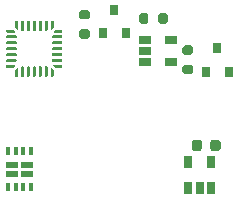
<source format=gtp>
%TF.GenerationSoftware,KiCad,Pcbnew,(5.1.8)-1*%
%TF.CreationDate,2020-11-23T23:28:54+01:00*%
%TF.ProjectId,KLinPump_PCB,4b4c696e-5075-46d7-905f-5043422e6b69,rev?*%
%TF.SameCoordinates,PX6a9eec0PY52f83c0*%
%TF.FileFunction,Paste,Top*%
%TF.FilePolarity,Positive*%
%FSLAX46Y46*%
G04 Gerber Fmt 4.6, Leading zero omitted, Abs format (unit mm)*
G04 Created by KiCad (PCBNEW (5.1.8)-1) date 2020-11-23 23:28:54*
%MOMM*%
%LPD*%
G01*
G04 APERTURE LIST*
%ADD10R,0.800000X0.900000*%
%ADD11R,0.350000X0.650000*%
%ADD12R,1.000000X0.600000*%
%ADD13R,1.060000X0.650000*%
%ADD14R,0.650000X1.060000*%
%ADD15C,0.100000*%
G04 APERTURE END LIST*
%TO.C,D3*%
G36*
G01*
X19512500Y-16256250D02*
X19512500Y-15743750D01*
G75*
G02*
X19731250Y-15525000I218750J0D01*
G01*
X20168750Y-15525000D01*
G75*
G02*
X20387500Y-15743750I0J-218750D01*
G01*
X20387500Y-16256250D01*
G75*
G02*
X20168750Y-16475000I-218750J0D01*
G01*
X19731250Y-16475000D01*
G75*
G02*
X19512500Y-16256250I0J218750D01*
G01*
G37*
G36*
G01*
X21087500Y-16256250D02*
X21087500Y-15743750D01*
G75*
G02*
X21306250Y-15525000I218750J0D01*
G01*
X21743750Y-15525000D01*
G75*
G02*
X21962500Y-15743750I0J-218750D01*
G01*
X21962500Y-16256250D01*
G75*
G02*
X21743750Y-16475000I-218750J0D01*
G01*
X21306250Y-16475000D01*
G75*
G02*
X21087500Y-16256250I0J218750D01*
G01*
G37*
%TD*%
D10*
%TO.C,Q1*%
X21700000Y-7750000D03*
X22650000Y-9750000D03*
X20750000Y-9750000D03*
%TD*%
%TO.C,Q2*%
X12025001Y-6500000D03*
X13925001Y-6500000D03*
X12975001Y-4500000D03*
%TD*%
%TO.C,R1*%
G36*
G01*
X19475000Y-9975000D02*
X18925000Y-9975000D01*
G75*
G02*
X18725000Y-9775000I0J200000D01*
G01*
X18725000Y-9375000D01*
G75*
G02*
X18925000Y-9175000I200000J0D01*
G01*
X19475000Y-9175000D01*
G75*
G02*
X19675000Y-9375000I0J-200000D01*
G01*
X19675000Y-9775000D01*
G75*
G02*
X19475000Y-9975000I-200000J0D01*
G01*
G37*
G36*
G01*
X19475000Y-8325000D02*
X18925000Y-8325000D01*
G75*
G02*
X18725000Y-8125000I0J200000D01*
G01*
X18725000Y-7725000D01*
G75*
G02*
X18925000Y-7525000I200000J0D01*
G01*
X19475000Y-7525000D01*
G75*
G02*
X19675000Y-7725000I0J-200000D01*
G01*
X19675000Y-8125000D01*
G75*
G02*
X19475000Y-8325000I-200000J0D01*
G01*
G37*
%TD*%
%TO.C,R2*%
G36*
G01*
X10725000Y-5325000D02*
X10175000Y-5325000D01*
G75*
G02*
X9975000Y-5125000I0J200000D01*
G01*
X9975000Y-4725000D01*
G75*
G02*
X10175000Y-4525000I200000J0D01*
G01*
X10725000Y-4525000D01*
G75*
G02*
X10925000Y-4725000I0J-200000D01*
G01*
X10925000Y-5125000D01*
G75*
G02*
X10725000Y-5325000I-200000J0D01*
G01*
G37*
G36*
G01*
X10725000Y-6975000D02*
X10175000Y-6975000D01*
G75*
G02*
X9975000Y-6775000I0J200000D01*
G01*
X9975000Y-6375000D01*
G75*
G02*
X10175000Y-6175000I200000J0D01*
G01*
X10725000Y-6175000D01*
G75*
G02*
X10925000Y-6375000I0J-200000D01*
G01*
X10925000Y-6775000D01*
G75*
G02*
X10725000Y-6975000I-200000J0D01*
G01*
G37*
%TD*%
%TO.C,R4*%
G36*
G01*
X15050000Y-5525000D02*
X15050000Y-4975000D01*
G75*
G02*
X15250000Y-4775000I200000J0D01*
G01*
X15650000Y-4775000D01*
G75*
G02*
X15850000Y-4975000I0J-200000D01*
G01*
X15850000Y-5525000D01*
G75*
G02*
X15650000Y-5725000I-200000J0D01*
G01*
X15250000Y-5725000D01*
G75*
G02*
X15050000Y-5525000I0J200000D01*
G01*
G37*
G36*
G01*
X16700000Y-5525000D02*
X16700000Y-4975000D01*
G75*
G02*
X16900000Y-4775000I200000J0D01*
G01*
X17300000Y-4775000D01*
G75*
G02*
X17500000Y-4975000I0J-200000D01*
G01*
X17500000Y-5525000D01*
G75*
G02*
X17300000Y-5725000I-200000J0D01*
G01*
X16900000Y-5725000D01*
G75*
G02*
X16700000Y-5525000I0J200000D01*
G01*
G37*
%TD*%
D11*
%TO.C,U1*%
X5925000Y-16450000D03*
X5275000Y-16450000D03*
X4625000Y-16450000D03*
X3975000Y-16450000D03*
X3975000Y-19550000D03*
X4625000Y-19550000D03*
X5275000Y-19550000D03*
X5925000Y-19550000D03*
D12*
X4350000Y-17612500D03*
X4350000Y-18387500D03*
X5550000Y-18387500D03*
X5550000Y-17612500D03*
%TD*%
D13*
%TO.C,U3*%
X15600000Y-7050000D03*
X15600000Y-8000000D03*
X15600000Y-8950000D03*
X17800000Y-8950000D03*
X17800000Y-7050000D03*
%TD*%
D14*
%TO.C,U4*%
X19250000Y-17400000D03*
X21150000Y-17400000D03*
X21150000Y-19600000D03*
X20200000Y-19600000D03*
X19250000Y-19600000D03*
%TD*%
D15*
%TO.C,U2*%
G36*
X7989861Y-9436635D02*
G01*
X7981419Y-9434075D01*
X7973639Y-9429916D01*
X7966820Y-9424320D01*
X7833180Y-9290680D01*
X7827584Y-9283861D01*
X7823425Y-9276081D01*
X7820865Y-9267639D01*
X7820000Y-9258860D01*
X7820000Y-9232500D01*
X7820865Y-9223721D01*
X7823425Y-9215279D01*
X7827584Y-9207499D01*
X7833180Y-9200680D01*
X7839999Y-9195084D01*
X7847779Y-9190925D01*
X7856221Y-9188365D01*
X7865000Y-9187500D01*
X8530000Y-9187500D01*
X8538779Y-9188365D01*
X8547221Y-9190925D01*
X8555001Y-9195084D01*
X8561820Y-9200680D01*
X8567416Y-9207499D01*
X8571575Y-9215279D01*
X8574135Y-9223721D01*
X8575000Y-9232500D01*
X8575000Y-9392500D01*
X8574135Y-9401279D01*
X8571575Y-9409721D01*
X8567416Y-9417501D01*
X8561820Y-9424320D01*
X8555001Y-9429916D01*
X8547221Y-9434075D01*
X8538779Y-9436635D01*
X8530000Y-9437500D01*
X7998640Y-9437500D01*
X7989861Y-9436635D01*
G37*
G36*
G01*
X8575000Y-8750000D02*
X8575000Y-8875000D01*
G75*
G02*
X8512500Y-8937500I-62500J0D01*
G01*
X7762500Y-8937500D01*
G75*
G02*
X7700000Y-8875000I0J62500D01*
G01*
X7700000Y-8750000D01*
G75*
G02*
X7762500Y-8687500I62500J0D01*
G01*
X8512500Y-8687500D01*
G75*
G02*
X8575000Y-8750000I0J-62500D01*
G01*
G37*
G36*
G01*
X8575000Y-8250000D02*
X8575000Y-8375000D01*
G75*
G02*
X8512500Y-8437500I-62500J0D01*
G01*
X7762500Y-8437500D01*
G75*
G02*
X7700000Y-8375000I0J62500D01*
G01*
X7700000Y-8250000D01*
G75*
G02*
X7762500Y-8187500I62500J0D01*
G01*
X8512500Y-8187500D01*
G75*
G02*
X8575000Y-8250000I0J-62500D01*
G01*
G37*
G36*
G01*
X8575000Y-7750000D02*
X8575000Y-7875000D01*
G75*
G02*
X8512500Y-7937500I-62500J0D01*
G01*
X7762500Y-7937500D01*
G75*
G02*
X7700000Y-7875000I0J62500D01*
G01*
X7700000Y-7750000D01*
G75*
G02*
X7762500Y-7687500I62500J0D01*
G01*
X8512500Y-7687500D01*
G75*
G02*
X8575000Y-7750000I0J-62500D01*
G01*
G37*
G36*
G01*
X8575000Y-7250000D02*
X8575000Y-7375000D01*
G75*
G02*
X8512500Y-7437500I-62500J0D01*
G01*
X7762500Y-7437500D01*
G75*
G02*
X7700000Y-7375000I0J62500D01*
G01*
X7700000Y-7250000D01*
G75*
G02*
X7762500Y-7187500I62500J0D01*
G01*
X8512500Y-7187500D01*
G75*
G02*
X8575000Y-7250000I0J-62500D01*
G01*
G37*
G36*
G01*
X8575000Y-6750000D02*
X8575000Y-6875000D01*
G75*
G02*
X8512500Y-6937500I-62500J0D01*
G01*
X7762500Y-6937500D01*
G75*
G02*
X7700000Y-6875000I0J62500D01*
G01*
X7700000Y-6750000D01*
G75*
G02*
X7762500Y-6687500I62500J0D01*
G01*
X8512500Y-6687500D01*
G75*
G02*
X8575000Y-6750000I0J-62500D01*
G01*
G37*
G36*
X7856221Y-6436635D02*
G01*
X7847779Y-6434075D01*
X7839999Y-6429916D01*
X7833180Y-6424320D01*
X7827584Y-6417501D01*
X7823425Y-6409721D01*
X7820865Y-6401279D01*
X7820000Y-6392500D01*
X7820000Y-6366140D01*
X7820865Y-6357361D01*
X7823425Y-6348919D01*
X7827584Y-6341139D01*
X7833180Y-6334320D01*
X7966820Y-6200680D01*
X7973639Y-6195084D01*
X7981419Y-6190925D01*
X7989861Y-6188365D01*
X7998640Y-6187500D01*
X8530000Y-6187500D01*
X8538779Y-6188365D01*
X8547221Y-6190925D01*
X8555001Y-6195084D01*
X8561820Y-6200680D01*
X8567416Y-6207499D01*
X8571575Y-6215279D01*
X8574135Y-6223721D01*
X8575000Y-6232500D01*
X8575000Y-6392500D01*
X8574135Y-6401279D01*
X8571575Y-6409721D01*
X8567416Y-6417501D01*
X8561820Y-6424320D01*
X8555001Y-6429916D01*
X8547221Y-6434075D01*
X8538779Y-6436635D01*
X8530000Y-6437500D01*
X7865000Y-6437500D01*
X7856221Y-6436635D01*
G37*
G36*
X7611221Y-6191635D02*
G01*
X7602779Y-6189075D01*
X7594999Y-6184916D01*
X7588180Y-6179320D01*
X7582584Y-6172501D01*
X7578425Y-6164721D01*
X7575865Y-6156279D01*
X7575000Y-6147500D01*
X7575000Y-5482500D01*
X7575865Y-5473721D01*
X7578425Y-5465279D01*
X7582584Y-5457499D01*
X7588180Y-5450680D01*
X7594999Y-5445084D01*
X7602779Y-5440925D01*
X7611221Y-5438365D01*
X7620000Y-5437500D01*
X7780000Y-5437500D01*
X7788779Y-5438365D01*
X7797221Y-5440925D01*
X7805001Y-5445084D01*
X7811820Y-5450680D01*
X7817416Y-5457499D01*
X7821575Y-5465279D01*
X7824135Y-5473721D01*
X7825000Y-5482500D01*
X7825000Y-6013860D01*
X7824135Y-6022639D01*
X7821575Y-6031081D01*
X7817416Y-6038861D01*
X7811820Y-6045680D01*
X7678180Y-6179320D01*
X7671361Y-6184916D01*
X7663581Y-6189075D01*
X7655139Y-6191635D01*
X7646360Y-6192500D01*
X7620000Y-6192500D01*
X7611221Y-6191635D01*
G37*
G36*
G01*
X7325000Y-5500000D02*
X7325000Y-6250000D01*
G75*
G02*
X7262500Y-6312500I-62500J0D01*
G01*
X7137500Y-6312500D01*
G75*
G02*
X7075000Y-6250000I0J62500D01*
G01*
X7075000Y-5500000D01*
G75*
G02*
X7137500Y-5437500I62500J0D01*
G01*
X7262500Y-5437500D01*
G75*
G02*
X7325000Y-5500000I0J-62500D01*
G01*
G37*
G36*
G01*
X6825000Y-5500000D02*
X6825000Y-6250000D01*
G75*
G02*
X6762500Y-6312500I-62500J0D01*
G01*
X6637500Y-6312500D01*
G75*
G02*
X6575000Y-6250000I0J62500D01*
G01*
X6575000Y-5500000D01*
G75*
G02*
X6637500Y-5437500I62500J0D01*
G01*
X6762500Y-5437500D01*
G75*
G02*
X6825000Y-5500000I0J-62500D01*
G01*
G37*
G36*
G01*
X6325000Y-5500000D02*
X6325000Y-6250000D01*
G75*
G02*
X6262500Y-6312500I-62500J0D01*
G01*
X6137500Y-6312500D01*
G75*
G02*
X6075000Y-6250000I0J62500D01*
G01*
X6075000Y-5500000D01*
G75*
G02*
X6137500Y-5437500I62500J0D01*
G01*
X6262500Y-5437500D01*
G75*
G02*
X6325000Y-5500000I0J-62500D01*
G01*
G37*
G36*
G01*
X5825000Y-5500000D02*
X5825000Y-6250000D01*
G75*
G02*
X5762500Y-6312500I-62500J0D01*
G01*
X5637500Y-6312500D01*
G75*
G02*
X5575000Y-6250000I0J62500D01*
G01*
X5575000Y-5500000D01*
G75*
G02*
X5637500Y-5437500I62500J0D01*
G01*
X5762500Y-5437500D01*
G75*
G02*
X5825000Y-5500000I0J-62500D01*
G01*
G37*
G36*
G01*
X5325000Y-5500000D02*
X5325000Y-6250000D01*
G75*
G02*
X5262500Y-6312500I-62500J0D01*
G01*
X5137500Y-6312500D01*
G75*
G02*
X5075000Y-6250000I0J62500D01*
G01*
X5075000Y-5500000D01*
G75*
G02*
X5137500Y-5437500I62500J0D01*
G01*
X5262500Y-5437500D01*
G75*
G02*
X5325000Y-5500000I0J-62500D01*
G01*
G37*
G36*
X4744861Y-6191635D02*
G01*
X4736419Y-6189075D01*
X4728639Y-6184916D01*
X4721820Y-6179320D01*
X4588180Y-6045680D01*
X4582584Y-6038861D01*
X4578425Y-6031081D01*
X4575865Y-6022639D01*
X4575000Y-6013860D01*
X4575000Y-5482500D01*
X4575865Y-5473721D01*
X4578425Y-5465279D01*
X4582584Y-5457499D01*
X4588180Y-5450680D01*
X4594999Y-5445084D01*
X4602779Y-5440925D01*
X4611221Y-5438365D01*
X4620000Y-5437500D01*
X4780000Y-5437500D01*
X4788779Y-5438365D01*
X4797221Y-5440925D01*
X4805001Y-5445084D01*
X4811820Y-5450680D01*
X4817416Y-5457499D01*
X4821575Y-5465279D01*
X4824135Y-5473721D01*
X4825000Y-5482500D01*
X4825000Y-6147500D01*
X4824135Y-6156279D01*
X4821575Y-6164721D01*
X4817416Y-6172501D01*
X4811820Y-6179320D01*
X4805001Y-6184916D01*
X4797221Y-6189075D01*
X4788779Y-6191635D01*
X4780000Y-6192500D01*
X4753640Y-6192500D01*
X4744861Y-6191635D01*
G37*
G36*
X3861221Y-6436635D02*
G01*
X3852779Y-6434075D01*
X3844999Y-6429916D01*
X3838180Y-6424320D01*
X3832584Y-6417501D01*
X3828425Y-6409721D01*
X3825865Y-6401279D01*
X3825000Y-6392500D01*
X3825000Y-6232500D01*
X3825865Y-6223721D01*
X3828425Y-6215279D01*
X3832584Y-6207499D01*
X3838180Y-6200680D01*
X3844999Y-6195084D01*
X3852779Y-6190925D01*
X3861221Y-6188365D01*
X3870000Y-6187500D01*
X4401360Y-6187500D01*
X4410139Y-6188365D01*
X4418581Y-6190925D01*
X4426361Y-6195084D01*
X4433180Y-6200680D01*
X4566820Y-6334320D01*
X4572416Y-6341139D01*
X4576575Y-6348919D01*
X4579135Y-6357361D01*
X4580000Y-6366140D01*
X4580000Y-6392500D01*
X4579135Y-6401279D01*
X4576575Y-6409721D01*
X4572416Y-6417501D01*
X4566820Y-6424320D01*
X4560001Y-6429916D01*
X4552221Y-6434075D01*
X4543779Y-6436635D01*
X4535000Y-6437500D01*
X3870000Y-6437500D01*
X3861221Y-6436635D01*
G37*
G36*
G01*
X4700000Y-6750000D02*
X4700000Y-6875000D01*
G75*
G02*
X4637500Y-6937500I-62500J0D01*
G01*
X3887500Y-6937500D01*
G75*
G02*
X3825000Y-6875000I0J62500D01*
G01*
X3825000Y-6750000D01*
G75*
G02*
X3887500Y-6687500I62500J0D01*
G01*
X4637500Y-6687500D01*
G75*
G02*
X4700000Y-6750000I0J-62500D01*
G01*
G37*
G36*
G01*
X4700000Y-7250000D02*
X4700000Y-7375000D01*
G75*
G02*
X4637500Y-7437500I-62500J0D01*
G01*
X3887500Y-7437500D01*
G75*
G02*
X3825000Y-7375000I0J62500D01*
G01*
X3825000Y-7250000D01*
G75*
G02*
X3887500Y-7187500I62500J0D01*
G01*
X4637500Y-7187500D01*
G75*
G02*
X4700000Y-7250000I0J-62500D01*
G01*
G37*
G36*
G01*
X4700000Y-7750000D02*
X4700000Y-7875000D01*
G75*
G02*
X4637500Y-7937500I-62500J0D01*
G01*
X3887500Y-7937500D01*
G75*
G02*
X3825000Y-7875000I0J62500D01*
G01*
X3825000Y-7750000D01*
G75*
G02*
X3887500Y-7687500I62500J0D01*
G01*
X4637500Y-7687500D01*
G75*
G02*
X4700000Y-7750000I0J-62500D01*
G01*
G37*
G36*
G01*
X4700000Y-8250000D02*
X4700000Y-8375000D01*
G75*
G02*
X4637500Y-8437500I-62500J0D01*
G01*
X3887500Y-8437500D01*
G75*
G02*
X3825000Y-8375000I0J62500D01*
G01*
X3825000Y-8250000D01*
G75*
G02*
X3887500Y-8187500I62500J0D01*
G01*
X4637500Y-8187500D01*
G75*
G02*
X4700000Y-8250000I0J-62500D01*
G01*
G37*
G36*
G01*
X4700000Y-8750000D02*
X4700000Y-8875000D01*
G75*
G02*
X4637500Y-8937500I-62500J0D01*
G01*
X3887500Y-8937500D01*
G75*
G02*
X3825000Y-8875000I0J62500D01*
G01*
X3825000Y-8750000D01*
G75*
G02*
X3887500Y-8687500I62500J0D01*
G01*
X4637500Y-8687500D01*
G75*
G02*
X4700000Y-8750000I0J-62500D01*
G01*
G37*
G36*
X3861221Y-9436635D02*
G01*
X3852779Y-9434075D01*
X3844999Y-9429916D01*
X3838180Y-9424320D01*
X3832584Y-9417501D01*
X3828425Y-9409721D01*
X3825865Y-9401279D01*
X3825000Y-9392500D01*
X3825000Y-9232500D01*
X3825865Y-9223721D01*
X3828425Y-9215279D01*
X3832584Y-9207499D01*
X3838180Y-9200680D01*
X3844999Y-9195084D01*
X3852779Y-9190925D01*
X3861221Y-9188365D01*
X3870000Y-9187500D01*
X4535000Y-9187500D01*
X4543779Y-9188365D01*
X4552221Y-9190925D01*
X4560001Y-9195084D01*
X4566820Y-9200680D01*
X4572416Y-9207499D01*
X4576575Y-9215279D01*
X4579135Y-9223721D01*
X4580000Y-9232500D01*
X4580000Y-9258860D01*
X4579135Y-9267639D01*
X4576575Y-9276081D01*
X4572416Y-9283861D01*
X4566820Y-9290680D01*
X4433180Y-9424320D01*
X4426361Y-9429916D01*
X4418581Y-9434075D01*
X4410139Y-9436635D01*
X4401360Y-9437500D01*
X3870000Y-9437500D01*
X3861221Y-9436635D01*
G37*
G36*
X4611221Y-10186635D02*
G01*
X4602779Y-10184075D01*
X4594999Y-10179916D01*
X4588180Y-10174320D01*
X4582584Y-10167501D01*
X4578425Y-10159721D01*
X4575865Y-10151279D01*
X4575000Y-10142500D01*
X4575000Y-9611140D01*
X4575865Y-9602361D01*
X4578425Y-9593919D01*
X4582584Y-9586139D01*
X4588180Y-9579320D01*
X4721820Y-9445680D01*
X4728639Y-9440084D01*
X4736419Y-9435925D01*
X4744861Y-9433365D01*
X4753640Y-9432500D01*
X4780000Y-9432500D01*
X4788779Y-9433365D01*
X4797221Y-9435925D01*
X4805001Y-9440084D01*
X4811820Y-9445680D01*
X4817416Y-9452499D01*
X4821575Y-9460279D01*
X4824135Y-9468721D01*
X4825000Y-9477500D01*
X4825000Y-10142500D01*
X4824135Y-10151279D01*
X4821575Y-10159721D01*
X4817416Y-10167501D01*
X4811820Y-10174320D01*
X4805001Y-10179916D01*
X4797221Y-10184075D01*
X4788779Y-10186635D01*
X4780000Y-10187500D01*
X4620000Y-10187500D01*
X4611221Y-10186635D01*
G37*
G36*
G01*
X5325000Y-9375000D02*
X5325000Y-10125000D01*
G75*
G02*
X5262500Y-10187500I-62500J0D01*
G01*
X5137500Y-10187500D01*
G75*
G02*
X5075000Y-10125000I0J62500D01*
G01*
X5075000Y-9375000D01*
G75*
G02*
X5137500Y-9312500I62500J0D01*
G01*
X5262500Y-9312500D01*
G75*
G02*
X5325000Y-9375000I0J-62500D01*
G01*
G37*
G36*
G01*
X5825000Y-9375000D02*
X5825000Y-10125000D01*
G75*
G02*
X5762500Y-10187500I-62500J0D01*
G01*
X5637500Y-10187500D01*
G75*
G02*
X5575000Y-10125000I0J62500D01*
G01*
X5575000Y-9375000D01*
G75*
G02*
X5637500Y-9312500I62500J0D01*
G01*
X5762500Y-9312500D01*
G75*
G02*
X5825000Y-9375000I0J-62500D01*
G01*
G37*
G36*
G01*
X6325000Y-9375000D02*
X6325000Y-10125000D01*
G75*
G02*
X6262500Y-10187500I-62500J0D01*
G01*
X6137500Y-10187500D01*
G75*
G02*
X6075000Y-10125000I0J62500D01*
G01*
X6075000Y-9375000D01*
G75*
G02*
X6137500Y-9312500I62500J0D01*
G01*
X6262500Y-9312500D01*
G75*
G02*
X6325000Y-9375000I0J-62500D01*
G01*
G37*
G36*
G01*
X6825000Y-9375000D02*
X6825000Y-10125000D01*
G75*
G02*
X6762500Y-10187500I-62500J0D01*
G01*
X6637500Y-10187500D01*
G75*
G02*
X6575000Y-10125000I0J62500D01*
G01*
X6575000Y-9375000D01*
G75*
G02*
X6637500Y-9312500I62500J0D01*
G01*
X6762500Y-9312500D01*
G75*
G02*
X6825000Y-9375000I0J-62500D01*
G01*
G37*
G36*
G01*
X7325000Y-9375000D02*
X7325000Y-10125000D01*
G75*
G02*
X7262500Y-10187500I-62500J0D01*
G01*
X7137500Y-10187500D01*
G75*
G02*
X7075000Y-10125000I0J62500D01*
G01*
X7075000Y-9375000D01*
G75*
G02*
X7137500Y-9312500I62500J0D01*
G01*
X7262500Y-9312500D01*
G75*
G02*
X7325000Y-9375000I0J-62500D01*
G01*
G37*
G36*
X7611221Y-10186635D02*
G01*
X7602779Y-10184075D01*
X7594999Y-10179916D01*
X7588180Y-10174320D01*
X7582584Y-10167501D01*
X7578425Y-10159721D01*
X7575865Y-10151279D01*
X7575000Y-10142500D01*
X7575000Y-9477500D01*
X7575865Y-9468721D01*
X7578425Y-9460279D01*
X7582584Y-9452499D01*
X7588180Y-9445680D01*
X7594999Y-9440084D01*
X7602779Y-9435925D01*
X7611221Y-9433365D01*
X7620000Y-9432500D01*
X7646360Y-9432500D01*
X7655139Y-9433365D01*
X7663581Y-9435925D01*
X7671361Y-9440084D01*
X7678180Y-9445680D01*
X7811820Y-9579320D01*
X7817416Y-9586139D01*
X7821575Y-9593919D01*
X7824135Y-9602361D01*
X7825000Y-9611140D01*
X7825000Y-10142500D01*
X7824135Y-10151279D01*
X7821575Y-10159721D01*
X7817416Y-10167501D01*
X7811820Y-10174320D01*
X7805001Y-10179916D01*
X7797221Y-10184075D01*
X7788779Y-10186635D01*
X7780000Y-10187500D01*
X7620000Y-10187500D01*
X7611221Y-10186635D01*
G37*
%TD*%
M02*

</source>
